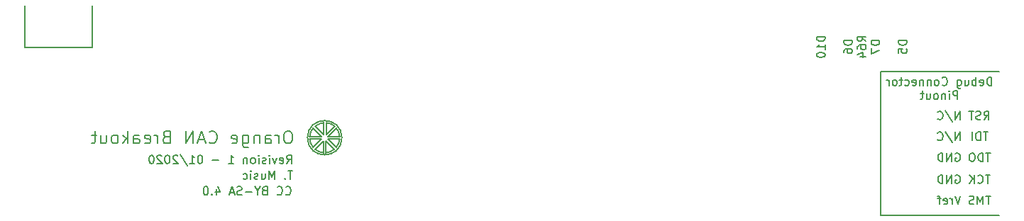
<source format=gbr>
%TF.GenerationSoftware,KiCad,Pcbnew,5.1.5*%
%TF.CreationDate,2020-01-11T17:38:17+01:00*%
%TF.ProjectId,can_breakout_pcb,63616e5f-6272-4656-916b-6f75745f7063,rev?*%
%TF.SameCoordinates,Original*%
%TF.FileFunction,Legend,Bot*%
%TF.FilePolarity,Positive*%
%FSLAX46Y46*%
G04 Gerber Fmt 4.6, Leading zero omitted, Abs format (unit mm)*
G04 Created by KiCad (PCBNEW 5.1.5) date 2020-01-11 17:38:17*
%MOMM*%
%LPD*%
G04 APERTURE LIST*
%ADD10C,0.150000*%
%ADD11C,0.200000*%
G04 APERTURE END LIST*
D10*
X224250000Y-78000000D02*
X238375000Y-78000000D01*
X224250000Y-60875000D02*
X224250000Y-78000000D01*
X238375000Y-60875000D02*
X224250000Y-60875000D01*
X237440476Y-62502380D02*
X237440476Y-61502380D01*
X237202380Y-61502380D01*
X237059523Y-61550000D01*
X236964285Y-61645238D01*
X236916666Y-61740476D01*
X236869047Y-61930952D01*
X236869047Y-62073809D01*
X236916666Y-62264285D01*
X236964285Y-62359523D01*
X237059523Y-62454761D01*
X237202380Y-62502380D01*
X237440476Y-62502380D01*
X236059523Y-62454761D02*
X236154761Y-62502380D01*
X236345238Y-62502380D01*
X236440476Y-62454761D01*
X236488095Y-62359523D01*
X236488095Y-61978571D01*
X236440476Y-61883333D01*
X236345238Y-61835714D01*
X236154761Y-61835714D01*
X236059523Y-61883333D01*
X236011904Y-61978571D01*
X236011904Y-62073809D01*
X236488095Y-62169047D01*
X235583333Y-62502380D02*
X235583333Y-61502380D01*
X235583333Y-61883333D02*
X235488095Y-61835714D01*
X235297619Y-61835714D01*
X235202380Y-61883333D01*
X235154761Y-61930952D01*
X235107142Y-62026190D01*
X235107142Y-62311904D01*
X235154761Y-62407142D01*
X235202380Y-62454761D01*
X235297619Y-62502380D01*
X235488095Y-62502380D01*
X235583333Y-62454761D01*
X234250000Y-61835714D02*
X234250000Y-62502380D01*
X234678571Y-61835714D02*
X234678571Y-62359523D01*
X234630952Y-62454761D01*
X234535714Y-62502380D01*
X234392857Y-62502380D01*
X234297619Y-62454761D01*
X234250000Y-62407142D01*
X233345238Y-61835714D02*
X233345238Y-62645238D01*
X233392857Y-62740476D01*
X233440476Y-62788095D01*
X233535714Y-62835714D01*
X233678571Y-62835714D01*
X233773809Y-62788095D01*
X233345238Y-62454761D02*
X233440476Y-62502380D01*
X233630952Y-62502380D01*
X233726190Y-62454761D01*
X233773809Y-62407142D01*
X233821428Y-62311904D01*
X233821428Y-62026190D01*
X233773809Y-61930952D01*
X233726190Y-61883333D01*
X233630952Y-61835714D01*
X233440476Y-61835714D01*
X233345238Y-61883333D01*
X231535714Y-62407142D02*
X231583333Y-62454761D01*
X231726190Y-62502380D01*
X231821428Y-62502380D01*
X231964285Y-62454761D01*
X232059523Y-62359523D01*
X232107142Y-62264285D01*
X232154761Y-62073809D01*
X232154761Y-61930952D01*
X232107142Y-61740476D01*
X232059523Y-61645238D01*
X231964285Y-61550000D01*
X231821428Y-61502380D01*
X231726190Y-61502380D01*
X231583333Y-61550000D01*
X231535714Y-61597619D01*
X230964285Y-62502380D02*
X231059523Y-62454761D01*
X231107142Y-62407142D01*
X231154761Y-62311904D01*
X231154761Y-62026190D01*
X231107142Y-61930952D01*
X231059523Y-61883333D01*
X230964285Y-61835714D01*
X230821428Y-61835714D01*
X230726190Y-61883333D01*
X230678571Y-61930952D01*
X230630952Y-62026190D01*
X230630952Y-62311904D01*
X230678571Y-62407142D01*
X230726190Y-62454761D01*
X230821428Y-62502380D01*
X230964285Y-62502380D01*
X230202380Y-61835714D02*
X230202380Y-62502380D01*
X230202380Y-61930952D02*
X230154761Y-61883333D01*
X230059523Y-61835714D01*
X229916666Y-61835714D01*
X229821428Y-61883333D01*
X229773809Y-61978571D01*
X229773809Y-62502380D01*
X229297619Y-61835714D02*
X229297619Y-62502380D01*
X229297619Y-61930952D02*
X229250000Y-61883333D01*
X229154761Y-61835714D01*
X229011904Y-61835714D01*
X228916666Y-61883333D01*
X228869047Y-61978571D01*
X228869047Y-62502380D01*
X228011904Y-62454761D02*
X228107142Y-62502380D01*
X228297619Y-62502380D01*
X228392857Y-62454761D01*
X228440476Y-62359523D01*
X228440476Y-61978571D01*
X228392857Y-61883333D01*
X228297619Y-61835714D01*
X228107142Y-61835714D01*
X228011904Y-61883333D01*
X227964285Y-61978571D01*
X227964285Y-62073809D01*
X228440476Y-62169047D01*
X227107142Y-62454761D02*
X227202380Y-62502380D01*
X227392857Y-62502380D01*
X227488095Y-62454761D01*
X227535714Y-62407142D01*
X227583333Y-62311904D01*
X227583333Y-62026190D01*
X227535714Y-61930952D01*
X227488095Y-61883333D01*
X227392857Y-61835714D01*
X227202380Y-61835714D01*
X227107142Y-61883333D01*
X226821428Y-61835714D02*
X226440476Y-61835714D01*
X226678571Y-61502380D02*
X226678571Y-62359523D01*
X226630952Y-62454761D01*
X226535714Y-62502380D01*
X226440476Y-62502380D01*
X225964285Y-62502380D02*
X226059523Y-62454761D01*
X226107142Y-62407142D01*
X226154761Y-62311904D01*
X226154761Y-62026190D01*
X226107142Y-61930952D01*
X226059523Y-61883333D01*
X225964285Y-61835714D01*
X225821428Y-61835714D01*
X225726190Y-61883333D01*
X225678571Y-61930952D01*
X225630952Y-62026190D01*
X225630952Y-62311904D01*
X225678571Y-62407142D01*
X225726190Y-62454761D01*
X225821428Y-62502380D01*
X225964285Y-62502380D01*
X225202380Y-62502380D02*
X225202380Y-61835714D01*
X225202380Y-62026190D02*
X225154761Y-61930952D01*
X225107142Y-61883333D01*
X225011904Y-61835714D01*
X224916666Y-61835714D01*
X233392857Y-64152380D02*
X233392857Y-63152380D01*
X233011904Y-63152380D01*
X232916666Y-63200000D01*
X232869047Y-63247619D01*
X232821428Y-63342857D01*
X232821428Y-63485714D01*
X232869047Y-63580952D01*
X232916666Y-63628571D01*
X233011904Y-63676190D01*
X233392857Y-63676190D01*
X232392857Y-64152380D02*
X232392857Y-63485714D01*
X232392857Y-63152380D02*
X232440476Y-63200000D01*
X232392857Y-63247619D01*
X232345238Y-63200000D01*
X232392857Y-63152380D01*
X232392857Y-63247619D01*
X231916666Y-63485714D02*
X231916666Y-64152380D01*
X231916666Y-63580952D02*
X231869047Y-63533333D01*
X231773809Y-63485714D01*
X231630952Y-63485714D01*
X231535714Y-63533333D01*
X231488095Y-63628571D01*
X231488095Y-64152380D01*
X230869047Y-64152380D02*
X230964285Y-64104761D01*
X231011904Y-64057142D01*
X231059523Y-63961904D01*
X231059523Y-63676190D01*
X231011904Y-63580952D01*
X230964285Y-63533333D01*
X230869047Y-63485714D01*
X230726190Y-63485714D01*
X230630952Y-63533333D01*
X230583333Y-63580952D01*
X230535714Y-63676190D01*
X230535714Y-63961904D01*
X230583333Y-64057142D01*
X230630952Y-64104761D01*
X230726190Y-64152380D01*
X230869047Y-64152380D01*
X229678571Y-63485714D02*
X229678571Y-64152380D01*
X230107142Y-63485714D02*
X230107142Y-64009523D01*
X230059523Y-64104761D01*
X229964285Y-64152380D01*
X229821428Y-64152380D01*
X229726190Y-64104761D01*
X229678571Y-64057142D01*
X229345238Y-63485714D02*
X228964285Y-63485714D01*
X229202380Y-63152380D02*
X229202380Y-64009523D01*
X229154761Y-64104761D01*
X229059523Y-64152380D01*
X228964285Y-64152380D01*
X237309523Y-70577380D02*
X236738095Y-70577380D01*
X237023809Y-71577380D02*
X237023809Y-70577380D01*
X236404761Y-71577380D02*
X236404761Y-70577380D01*
X236166666Y-70577380D01*
X236023809Y-70625000D01*
X235928571Y-70720238D01*
X235880952Y-70815476D01*
X235833333Y-71005952D01*
X235833333Y-71148809D01*
X235880952Y-71339285D01*
X235928571Y-71434523D01*
X236023809Y-71529761D01*
X236166666Y-71577380D01*
X236404761Y-71577380D01*
X235214285Y-70577380D02*
X235023809Y-70577380D01*
X234928571Y-70625000D01*
X234833333Y-70720238D01*
X234785714Y-70910714D01*
X234785714Y-71244047D01*
X234833333Y-71434523D01*
X234928571Y-71529761D01*
X235023809Y-71577380D01*
X235214285Y-71577380D01*
X235309523Y-71529761D01*
X235404761Y-71434523D01*
X235452380Y-71244047D01*
X235452380Y-70910714D01*
X235404761Y-70720238D01*
X235309523Y-70625000D01*
X235214285Y-70577380D01*
X237023809Y-68077380D02*
X236452380Y-68077380D01*
X236738095Y-69077380D02*
X236738095Y-68077380D01*
X236119047Y-69077380D02*
X236119047Y-68077380D01*
X235880952Y-68077380D01*
X235738095Y-68125000D01*
X235642857Y-68220238D01*
X235595238Y-68315476D01*
X235547619Y-68505952D01*
X235547619Y-68648809D01*
X235595238Y-68839285D01*
X235642857Y-68934523D01*
X235738095Y-69029761D01*
X235880952Y-69077380D01*
X236119047Y-69077380D01*
X235119047Y-69077380D02*
X235119047Y-68077380D01*
X236547619Y-66577380D02*
X236880952Y-66101190D01*
X237119047Y-66577380D02*
X237119047Y-65577380D01*
X236738095Y-65577380D01*
X236642857Y-65625000D01*
X236595238Y-65672619D01*
X236547619Y-65767857D01*
X236547619Y-65910714D01*
X236595238Y-66005952D01*
X236642857Y-66053571D01*
X236738095Y-66101190D01*
X237119047Y-66101190D01*
X236166666Y-66529761D02*
X236023809Y-66577380D01*
X235785714Y-66577380D01*
X235690476Y-66529761D01*
X235642857Y-66482142D01*
X235595238Y-66386904D01*
X235595238Y-66291666D01*
X235642857Y-66196428D01*
X235690476Y-66148809D01*
X235785714Y-66101190D01*
X235976190Y-66053571D01*
X236071428Y-66005952D01*
X236119047Y-65958333D01*
X236166666Y-65863095D01*
X236166666Y-65767857D01*
X236119047Y-65672619D01*
X236071428Y-65625000D01*
X235976190Y-65577380D01*
X235738095Y-65577380D01*
X235595238Y-65625000D01*
X235309523Y-65577380D02*
X234738095Y-65577380D01*
X235023809Y-66577380D02*
X235023809Y-65577380D01*
X233684523Y-66577380D02*
X233684523Y-65577380D01*
X233113095Y-66577380D01*
X233113095Y-65577380D01*
X231922619Y-65529761D02*
X232779761Y-66815476D01*
X231017857Y-66482142D02*
X231065476Y-66529761D01*
X231208333Y-66577380D01*
X231303571Y-66577380D01*
X231446428Y-66529761D01*
X231541666Y-66434523D01*
X231589285Y-66339285D01*
X231636904Y-66148809D01*
X231636904Y-66005952D01*
X231589285Y-65815476D01*
X231541666Y-65720238D01*
X231446428Y-65625000D01*
X231303571Y-65577380D01*
X231208333Y-65577380D01*
X231065476Y-65625000D01*
X231017857Y-65672619D01*
X233684523Y-69077380D02*
X233684523Y-68077380D01*
X233113095Y-69077380D01*
X233113095Y-68077380D01*
X231922619Y-68029761D02*
X232779761Y-69315476D01*
X231017857Y-68982142D02*
X231065476Y-69029761D01*
X231208333Y-69077380D01*
X231303571Y-69077380D01*
X231446428Y-69029761D01*
X231541666Y-68934523D01*
X231589285Y-68839285D01*
X231636904Y-68648809D01*
X231636904Y-68505952D01*
X231589285Y-68315476D01*
X231541666Y-68220238D01*
X231446428Y-68125000D01*
X231303571Y-68077380D01*
X231208333Y-68077380D01*
X231065476Y-68125000D01*
X231017857Y-68172619D01*
X233136904Y-70625000D02*
X233232142Y-70577380D01*
X233375000Y-70577380D01*
X233517857Y-70625000D01*
X233613095Y-70720238D01*
X233660714Y-70815476D01*
X233708333Y-71005952D01*
X233708333Y-71148809D01*
X233660714Y-71339285D01*
X233613095Y-71434523D01*
X233517857Y-71529761D01*
X233375000Y-71577380D01*
X233279761Y-71577380D01*
X233136904Y-71529761D01*
X233089285Y-71482142D01*
X233089285Y-71148809D01*
X233279761Y-71148809D01*
X232660714Y-71577380D02*
X232660714Y-70577380D01*
X232089285Y-71577380D01*
X232089285Y-70577380D01*
X231613095Y-71577380D02*
X231613095Y-70577380D01*
X231375000Y-70577380D01*
X231232142Y-70625000D01*
X231136904Y-70720238D01*
X231089285Y-70815476D01*
X231041666Y-71005952D01*
X231041666Y-71148809D01*
X231089285Y-71339285D01*
X231136904Y-71434523D01*
X231232142Y-71529761D01*
X231375000Y-71577380D01*
X231613095Y-71577380D01*
X233136904Y-73250000D02*
X233232142Y-73202380D01*
X233375000Y-73202380D01*
X233517857Y-73250000D01*
X233613095Y-73345238D01*
X233660714Y-73440476D01*
X233708333Y-73630952D01*
X233708333Y-73773809D01*
X233660714Y-73964285D01*
X233613095Y-74059523D01*
X233517857Y-74154761D01*
X233375000Y-74202380D01*
X233279761Y-74202380D01*
X233136904Y-74154761D01*
X233089285Y-74107142D01*
X233089285Y-73773809D01*
X233279761Y-73773809D01*
X232660714Y-74202380D02*
X232660714Y-73202380D01*
X232089285Y-74202380D01*
X232089285Y-73202380D01*
X231613095Y-74202380D02*
X231613095Y-73202380D01*
X231375000Y-73202380D01*
X231232142Y-73250000D01*
X231136904Y-73345238D01*
X231089285Y-73440476D01*
X231041666Y-73630952D01*
X231041666Y-73773809D01*
X231089285Y-73964285D01*
X231136904Y-74059523D01*
X231232142Y-74154761D01*
X231375000Y-74202380D01*
X231613095Y-74202380D01*
X237285714Y-73202380D02*
X236714285Y-73202380D01*
X237000000Y-74202380D02*
X237000000Y-73202380D01*
X235809523Y-74107142D02*
X235857142Y-74154761D01*
X236000000Y-74202380D01*
X236095238Y-74202380D01*
X236238095Y-74154761D01*
X236333333Y-74059523D01*
X236380952Y-73964285D01*
X236428571Y-73773809D01*
X236428571Y-73630952D01*
X236380952Y-73440476D01*
X236333333Y-73345238D01*
X236238095Y-73250000D01*
X236095238Y-73202380D01*
X236000000Y-73202380D01*
X235857142Y-73250000D01*
X235809523Y-73297619D01*
X235380952Y-74202380D02*
X235380952Y-73202380D01*
X234809523Y-74202380D02*
X235238095Y-73630952D01*
X234809523Y-73202380D02*
X235380952Y-73773809D01*
X237333333Y-75702380D02*
X236761904Y-75702380D01*
X237047619Y-76702380D02*
X237047619Y-75702380D01*
X236428571Y-76702380D02*
X236428571Y-75702380D01*
X236095238Y-76416666D01*
X235761904Y-75702380D01*
X235761904Y-76702380D01*
X235333333Y-76654761D02*
X235190476Y-76702380D01*
X234952380Y-76702380D01*
X234857142Y-76654761D01*
X234809523Y-76607142D01*
X234761904Y-76511904D01*
X234761904Y-76416666D01*
X234809523Y-76321428D01*
X234857142Y-76273809D01*
X234952380Y-76226190D01*
X235142857Y-76178571D01*
X235238095Y-76130952D01*
X235285714Y-76083333D01*
X235333333Y-75988095D01*
X235333333Y-75892857D01*
X235285714Y-75797619D01*
X235238095Y-75750000D01*
X235142857Y-75702380D01*
X234904761Y-75702380D01*
X234761904Y-75750000D01*
X233732142Y-75702380D02*
X233398809Y-76702380D01*
X233065476Y-75702380D01*
X232732142Y-76702380D02*
X232732142Y-76035714D01*
X232732142Y-76226190D02*
X232684523Y-76130952D01*
X232636904Y-76083333D01*
X232541666Y-76035714D01*
X232446428Y-76035714D01*
X231732142Y-76654761D02*
X231827380Y-76702380D01*
X232017857Y-76702380D01*
X232113095Y-76654761D01*
X232160714Y-76559523D01*
X232160714Y-76178571D01*
X232113095Y-76083333D01*
X232017857Y-76035714D01*
X231827380Y-76035714D01*
X231732142Y-76083333D01*
X231684523Y-76178571D01*
X231684523Y-76273809D01*
X232160714Y-76369047D01*
X231398809Y-76035714D02*
X231017857Y-76035714D01*
X231255952Y-76702380D02*
X231255952Y-75845238D01*
X231208333Y-75750000D01*
X231113095Y-75702380D01*
X231017857Y-75702380D01*
X153217976Y-75482142D02*
X153265595Y-75529761D01*
X153408452Y-75577380D01*
X153503690Y-75577380D01*
X153646547Y-75529761D01*
X153741785Y-75434523D01*
X153789404Y-75339285D01*
X153837023Y-75148809D01*
X153837023Y-75005952D01*
X153789404Y-74815476D01*
X153741785Y-74720238D01*
X153646547Y-74625000D01*
X153503690Y-74577380D01*
X153408452Y-74577380D01*
X153265595Y-74625000D01*
X153217976Y-74672619D01*
X152217976Y-75482142D02*
X152265595Y-75529761D01*
X152408452Y-75577380D01*
X152503690Y-75577380D01*
X152646547Y-75529761D01*
X152741785Y-75434523D01*
X152789404Y-75339285D01*
X152837023Y-75148809D01*
X152837023Y-75005952D01*
X152789404Y-74815476D01*
X152741785Y-74720238D01*
X152646547Y-74625000D01*
X152503690Y-74577380D01*
X152408452Y-74577380D01*
X152265595Y-74625000D01*
X152217976Y-74672619D01*
X150694166Y-75053571D02*
X150551309Y-75101190D01*
X150503690Y-75148809D01*
X150456071Y-75244047D01*
X150456071Y-75386904D01*
X150503690Y-75482142D01*
X150551309Y-75529761D01*
X150646547Y-75577380D01*
X151027500Y-75577380D01*
X151027500Y-74577380D01*
X150694166Y-74577380D01*
X150598928Y-74625000D01*
X150551309Y-74672619D01*
X150503690Y-74767857D01*
X150503690Y-74863095D01*
X150551309Y-74958333D01*
X150598928Y-75005952D01*
X150694166Y-75053571D01*
X151027500Y-75053571D01*
X149837023Y-75101190D02*
X149837023Y-75577380D01*
X150170357Y-74577380D02*
X149837023Y-75101190D01*
X149503690Y-74577380D01*
X149170357Y-75196428D02*
X148408452Y-75196428D01*
X147979880Y-75529761D02*
X147837023Y-75577380D01*
X147598928Y-75577380D01*
X147503690Y-75529761D01*
X147456071Y-75482142D01*
X147408452Y-75386904D01*
X147408452Y-75291666D01*
X147456071Y-75196428D01*
X147503690Y-75148809D01*
X147598928Y-75101190D01*
X147789404Y-75053571D01*
X147884642Y-75005952D01*
X147932261Y-74958333D01*
X147979880Y-74863095D01*
X147979880Y-74767857D01*
X147932261Y-74672619D01*
X147884642Y-74625000D01*
X147789404Y-74577380D01*
X147551309Y-74577380D01*
X147408452Y-74625000D01*
X147027500Y-75291666D02*
X146551309Y-75291666D01*
X147122738Y-75577380D02*
X146789404Y-74577380D01*
X146456071Y-75577380D01*
X144932261Y-74910714D02*
X144932261Y-75577380D01*
X145170357Y-74529761D02*
X145408452Y-75244047D01*
X144789404Y-75244047D01*
X144408452Y-75482142D02*
X144360833Y-75529761D01*
X144408452Y-75577380D01*
X144456071Y-75529761D01*
X144408452Y-75482142D01*
X144408452Y-75577380D01*
X143741785Y-74577380D02*
X143646547Y-74577380D01*
X143551309Y-74625000D01*
X143503690Y-74672619D01*
X143456071Y-74767857D01*
X143408452Y-74958333D01*
X143408452Y-75196428D01*
X143456071Y-75386904D01*
X143503690Y-75482142D01*
X143551309Y-75529761D01*
X143646547Y-75577380D01*
X143741785Y-75577380D01*
X143837023Y-75529761D01*
X143884642Y-75482142D01*
X143932261Y-75386904D01*
X143979880Y-75196428D01*
X143979880Y-74958333D01*
X143932261Y-74767857D01*
X143884642Y-74672619D01*
X143837023Y-74625000D01*
X143741785Y-74577380D01*
X154057261Y-72702380D02*
X153485833Y-72702380D01*
X153771547Y-73702380D02*
X153771547Y-72702380D01*
X153152500Y-73607142D02*
X153104880Y-73654761D01*
X153152500Y-73702380D01*
X153200119Y-73654761D01*
X153152500Y-73607142D01*
X153152500Y-73702380D01*
X151914404Y-73702380D02*
X151914404Y-72702380D01*
X151581071Y-73416666D01*
X151247738Y-72702380D01*
X151247738Y-73702380D01*
X150342976Y-73035714D02*
X150342976Y-73702380D01*
X150771547Y-73035714D02*
X150771547Y-73559523D01*
X150723928Y-73654761D01*
X150628690Y-73702380D01*
X150485833Y-73702380D01*
X150390595Y-73654761D01*
X150342976Y-73607142D01*
X149914404Y-73654761D02*
X149819166Y-73702380D01*
X149628690Y-73702380D01*
X149533452Y-73654761D01*
X149485833Y-73559523D01*
X149485833Y-73511904D01*
X149533452Y-73416666D01*
X149628690Y-73369047D01*
X149771547Y-73369047D01*
X149866785Y-73321428D01*
X149914404Y-73226190D01*
X149914404Y-73178571D01*
X149866785Y-73083333D01*
X149771547Y-73035714D01*
X149628690Y-73035714D01*
X149533452Y-73083333D01*
X149057261Y-73702380D02*
X149057261Y-73035714D01*
X149057261Y-72702380D02*
X149104880Y-72750000D01*
X149057261Y-72797619D01*
X149009642Y-72750000D01*
X149057261Y-72702380D01*
X149057261Y-72797619D01*
X148152500Y-73654761D02*
X148247738Y-73702380D01*
X148438214Y-73702380D01*
X148533452Y-73654761D01*
X148581071Y-73607142D01*
X148628690Y-73511904D01*
X148628690Y-73226190D01*
X148581071Y-73130952D01*
X148533452Y-73083333D01*
X148438214Y-73035714D01*
X148247738Y-73035714D01*
X148152500Y-73083333D01*
X153342976Y-71827380D02*
X153676309Y-71351190D01*
X153914404Y-71827380D02*
X153914404Y-70827380D01*
X153533452Y-70827380D01*
X153438214Y-70875000D01*
X153390595Y-70922619D01*
X153342976Y-71017857D01*
X153342976Y-71160714D01*
X153390595Y-71255952D01*
X153438214Y-71303571D01*
X153533452Y-71351190D01*
X153914404Y-71351190D01*
X152533452Y-71779761D02*
X152628690Y-71827380D01*
X152819166Y-71827380D01*
X152914404Y-71779761D01*
X152962023Y-71684523D01*
X152962023Y-71303571D01*
X152914404Y-71208333D01*
X152819166Y-71160714D01*
X152628690Y-71160714D01*
X152533452Y-71208333D01*
X152485833Y-71303571D01*
X152485833Y-71398809D01*
X152962023Y-71494047D01*
X152152500Y-71160714D02*
X151914404Y-71827380D01*
X151676309Y-71160714D01*
X151295357Y-71827380D02*
X151295357Y-71160714D01*
X151295357Y-70827380D02*
X151342976Y-70875000D01*
X151295357Y-70922619D01*
X151247738Y-70875000D01*
X151295357Y-70827380D01*
X151295357Y-70922619D01*
X150866785Y-71779761D02*
X150771547Y-71827380D01*
X150581071Y-71827380D01*
X150485833Y-71779761D01*
X150438214Y-71684523D01*
X150438214Y-71636904D01*
X150485833Y-71541666D01*
X150581071Y-71494047D01*
X150723928Y-71494047D01*
X150819166Y-71446428D01*
X150866785Y-71351190D01*
X150866785Y-71303571D01*
X150819166Y-71208333D01*
X150723928Y-71160714D01*
X150581071Y-71160714D01*
X150485833Y-71208333D01*
X150009642Y-71827380D02*
X150009642Y-71160714D01*
X150009642Y-70827380D02*
X150057261Y-70875000D01*
X150009642Y-70922619D01*
X149962023Y-70875000D01*
X150009642Y-70827380D01*
X150009642Y-70922619D01*
X149390595Y-71827380D02*
X149485833Y-71779761D01*
X149533452Y-71732142D01*
X149581071Y-71636904D01*
X149581071Y-71351190D01*
X149533452Y-71255952D01*
X149485833Y-71208333D01*
X149390595Y-71160714D01*
X149247738Y-71160714D01*
X149152500Y-71208333D01*
X149104880Y-71255952D01*
X149057261Y-71351190D01*
X149057261Y-71636904D01*
X149104880Y-71732142D01*
X149152500Y-71779761D01*
X149247738Y-71827380D01*
X149390595Y-71827380D01*
X148628690Y-71160714D02*
X148628690Y-71827380D01*
X148628690Y-71255952D02*
X148581071Y-71208333D01*
X148485833Y-71160714D01*
X148342976Y-71160714D01*
X148247738Y-71208333D01*
X148200119Y-71303571D01*
X148200119Y-71827380D01*
X146438214Y-71827380D02*
X147009642Y-71827380D01*
X146723928Y-71827380D02*
X146723928Y-70827380D01*
X146819166Y-70970238D01*
X146914404Y-71065476D01*
X147009642Y-71113095D01*
X145247738Y-71446428D02*
X144485833Y-71446428D01*
X143057261Y-70827380D02*
X142962023Y-70827380D01*
X142866785Y-70875000D01*
X142819166Y-70922619D01*
X142771547Y-71017857D01*
X142723928Y-71208333D01*
X142723928Y-71446428D01*
X142771547Y-71636904D01*
X142819166Y-71732142D01*
X142866785Y-71779761D01*
X142962023Y-71827380D01*
X143057261Y-71827380D01*
X143152500Y-71779761D01*
X143200119Y-71732142D01*
X143247738Y-71636904D01*
X143295357Y-71446428D01*
X143295357Y-71208333D01*
X143247738Y-71017857D01*
X143200119Y-70922619D01*
X143152500Y-70875000D01*
X143057261Y-70827380D01*
X141771547Y-71827380D02*
X142342976Y-71827380D01*
X142057261Y-71827380D02*
X142057261Y-70827380D01*
X142152500Y-70970238D01*
X142247738Y-71065476D01*
X142342976Y-71113095D01*
X140628690Y-70779761D02*
X141485833Y-72065476D01*
X140342976Y-70922619D02*
X140295357Y-70875000D01*
X140200119Y-70827380D01*
X139962023Y-70827380D01*
X139866785Y-70875000D01*
X139819166Y-70922619D01*
X139771547Y-71017857D01*
X139771547Y-71113095D01*
X139819166Y-71255952D01*
X140390595Y-71827380D01*
X139771547Y-71827380D01*
X139152500Y-70827380D02*
X139057261Y-70827380D01*
X138962023Y-70875000D01*
X138914404Y-70922619D01*
X138866785Y-71017857D01*
X138819166Y-71208333D01*
X138819166Y-71446428D01*
X138866785Y-71636904D01*
X138914404Y-71732142D01*
X138962023Y-71779761D01*
X139057261Y-71827380D01*
X139152500Y-71827380D01*
X139247738Y-71779761D01*
X139295357Y-71732142D01*
X139342976Y-71636904D01*
X139390595Y-71446428D01*
X139390595Y-71208333D01*
X139342976Y-71017857D01*
X139295357Y-70922619D01*
X139247738Y-70875000D01*
X139152500Y-70827380D01*
X138438214Y-70922619D02*
X138390595Y-70875000D01*
X138295357Y-70827380D01*
X138057261Y-70827380D01*
X137962023Y-70875000D01*
X137914404Y-70922619D01*
X137866785Y-71017857D01*
X137866785Y-71113095D01*
X137914404Y-71255952D01*
X138485833Y-71827380D01*
X137866785Y-71827380D01*
X137247738Y-70827380D02*
X137152500Y-70827380D01*
X137057261Y-70875000D01*
X137009642Y-70922619D01*
X136962023Y-71017857D01*
X136914404Y-71208333D01*
X136914404Y-71446428D01*
X136962023Y-71636904D01*
X137009642Y-71732142D01*
X137057261Y-71779761D01*
X137152500Y-71827380D01*
X137247738Y-71827380D01*
X137342976Y-71779761D01*
X137390595Y-71732142D01*
X137438214Y-71636904D01*
X137485833Y-71446428D01*
X137485833Y-71208333D01*
X137438214Y-71017857D01*
X137390595Y-70922619D01*
X137342976Y-70875000D01*
X137247738Y-70827380D01*
X158025000Y-69100000D02*
X159038756Y-70115550D01*
X159240550Y-69913756D02*
G75*
G03X159675000Y-68900000I-1315550J1163756D01*
G01*
D11*
X153659285Y-67928571D02*
X153373571Y-67928571D01*
X153230714Y-68000000D01*
X153087857Y-68142857D01*
X153016428Y-68428571D01*
X153016428Y-68928571D01*
X153087857Y-69214285D01*
X153230714Y-69357142D01*
X153373571Y-69428571D01*
X153659285Y-69428571D01*
X153802143Y-69357142D01*
X153945000Y-69214285D01*
X154016428Y-68928571D01*
X154016428Y-68428571D01*
X153945000Y-68142857D01*
X153802143Y-68000000D01*
X153659285Y-67928571D01*
X152373571Y-69428571D02*
X152373571Y-68428571D01*
X152373571Y-68714285D02*
X152302143Y-68571428D01*
X152230714Y-68500000D01*
X152087857Y-68428571D01*
X151945000Y-68428571D01*
X150802143Y-69428571D02*
X150802143Y-68642857D01*
X150873571Y-68500000D01*
X151016428Y-68428571D01*
X151302143Y-68428571D01*
X151445000Y-68500000D01*
X150802143Y-69357142D02*
X150945000Y-69428571D01*
X151302143Y-69428571D01*
X151445000Y-69357142D01*
X151516428Y-69214285D01*
X151516428Y-69071428D01*
X151445000Y-68928571D01*
X151302143Y-68857142D01*
X150945000Y-68857142D01*
X150802143Y-68785714D01*
X150087857Y-68428571D02*
X150087857Y-69428571D01*
X150087857Y-68571428D02*
X150016428Y-68500000D01*
X149873571Y-68428571D01*
X149659285Y-68428571D01*
X149516428Y-68500000D01*
X149445000Y-68642857D01*
X149445000Y-69428571D01*
X148087857Y-68428571D02*
X148087857Y-69642857D01*
X148159285Y-69785714D01*
X148230714Y-69857142D01*
X148373571Y-69928571D01*
X148587857Y-69928571D01*
X148730714Y-69857142D01*
X148087857Y-69357142D02*
X148230714Y-69428571D01*
X148516428Y-69428571D01*
X148659285Y-69357142D01*
X148730714Y-69285714D01*
X148802143Y-69142857D01*
X148802143Y-68714285D01*
X148730714Y-68571428D01*
X148659285Y-68500000D01*
X148516428Y-68428571D01*
X148230714Y-68428571D01*
X148087857Y-68500000D01*
X146802143Y-69357142D02*
X146945000Y-69428571D01*
X147230714Y-69428571D01*
X147373571Y-69357142D01*
X147445000Y-69214285D01*
X147445000Y-68642857D01*
X147373571Y-68500000D01*
X147230714Y-68428571D01*
X146945000Y-68428571D01*
X146802143Y-68500000D01*
X146730714Y-68642857D01*
X146730714Y-68785714D01*
X147445000Y-68928571D01*
X144087857Y-69285714D02*
X144159285Y-69357142D01*
X144373571Y-69428571D01*
X144516428Y-69428571D01*
X144730714Y-69357142D01*
X144873571Y-69214285D01*
X144945000Y-69071428D01*
X145016428Y-68785714D01*
X145016428Y-68571428D01*
X144945000Y-68285714D01*
X144873571Y-68142857D01*
X144730714Y-68000000D01*
X144516428Y-67928571D01*
X144373571Y-67928571D01*
X144159285Y-68000000D01*
X144087857Y-68071428D01*
X143516428Y-69000000D02*
X142802143Y-69000000D01*
X143659285Y-69428571D02*
X143159285Y-67928571D01*
X142659285Y-69428571D01*
X142159285Y-69428571D02*
X142159285Y-67928571D01*
X141302143Y-69428571D01*
X141302143Y-67928571D01*
X138945000Y-68642857D02*
X138730714Y-68714285D01*
X138659285Y-68785714D01*
X138587857Y-68928571D01*
X138587857Y-69142857D01*
X138659285Y-69285714D01*
X138730714Y-69357142D01*
X138873571Y-69428571D01*
X139445000Y-69428571D01*
X139445000Y-67928571D01*
X138945000Y-67928571D01*
X138802143Y-68000000D01*
X138730714Y-68071428D01*
X138659285Y-68214285D01*
X138659285Y-68357142D01*
X138730714Y-68500000D01*
X138802143Y-68571428D01*
X138945000Y-68642857D01*
X139445000Y-68642857D01*
X137945000Y-69428571D02*
X137945000Y-68428571D01*
X137945000Y-68714285D02*
X137873571Y-68571428D01*
X137802143Y-68500000D01*
X137659285Y-68428571D01*
X137516428Y-68428571D01*
X136445000Y-69357142D02*
X136587857Y-69428571D01*
X136873571Y-69428571D01*
X137016428Y-69357142D01*
X137087857Y-69214285D01*
X137087857Y-68642857D01*
X137016428Y-68500000D01*
X136873571Y-68428571D01*
X136587857Y-68428571D01*
X136445000Y-68500000D01*
X136373571Y-68642857D01*
X136373571Y-68785714D01*
X137087857Y-68928571D01*
X135087857Y-69428571D02*
X135087857Y-68642857D01*
X135159285Y-68500000D01*
X135302143Y-68428571D01*
X135587857Y-68428571D01*
X135730714Y-68500000D01*
X135087857Y-69357142D02*
X135230714Y-69428571D01*
X135587857Y-69428571D01*
X135730714Y-69357142D01*
X135802143Y-69214285D01*
X135802143Y-69071428D01*
X135730714Y-68928571D01*
X135587857Y-68857142D01*
X135230714Y-68857142D01*
X135087857Y-68785714D01*
X134373571Y-69428571D02*
X134373571Y-67928571D01*
X134230714Y-68857142D02*
X133802143Y-69428571D01*
X133802143Y-68428571D02*
X134373571Y-69000000D01*
X132945000Y-69428571D02*
X133087857Y-69357142D01*
X133159285Y-69285714D01*
X133230714Y-69142857D01*
X133230714Y-68714285D01*
X133159285Y-68571428D01*
X133087857Y-68500000D01*
X132945000Y-68428571D01*
X132730714Y-68428571D01*
X132587857Y-68500000D01*
X132516428Y-68571428D01*
X132445000Y-68714285D01*
X132445000Y-69142857D01*
X132516428Y-69285714D01*
X132587857Y-69357142D01*
X132730714Y-69428571D01*
X132945000Y-69428571D01*
X131159285Y-68428571D02*
X131159285Y-69428571D01*
X131802143Y-68428571D02*
X131802143Y-69214285D01*
X131730714Y-69357142D01*
X131587857Y-69428571D01*
X131373571Y-69428571D01*
X131230714Y-69357142D01*
X131159285Y-69285714D01*
X130659285Y-68428571D02*
X130087857Y-68428571D01*
X130445000Y-67928571D02*
X130445000Y-69214285D01*
X130373571Y-69357142D01*
X130230714Y-69428571D01*
X130087857Y-69428571D01*
D10*
X158225000Y-68600000D02*
X159240550Y-67586244D01*
X159088756Y-67384450D02*
G75*
G03X158075000Y-66950000I-1163756J-1315550D01*
G01*
X156075002Y-68900000D02*
G75*
G03X156509451Y-69913755I1749998J150000D01*
G01*
X156711244Y-70115550D02*
G75*
G03X157725000Y-70550000I1163756J1315550D01*
G01*
X157725000Y-69100000D02*
X156711244Y-70115550D01*
X159925000Y-68750000D02*
G75*
G03X159925000Y-68750000I-2050000J0D01*
G01*
X157525000Y-68900000D02*
X156509450Y-69913756D01*
X156075000Y-68900000D02*
X157525000Y-68900000D01*
X156075000Y-68600000D02*
X157525000Y-68600000D01*
X157525000Y-68600000D02*
X156509450Y-67586244D01*
X158225000Y-68900000D02*
X159240550Y-69913756D01*
X158025000Y-70550000D02*
X158025000Y-69100000D01*
X157725000Y-70550000D02*
X157725000Y-69100000D01*
X158075000Y-68400000D02*
X159088756Y-67384450D01*
X159675000Y-68600000D02*
X158225000Y-68600000D01*
X159674998Y-68600000D02*
G75*
G03X159240549Y-67586245I-1749998J-150000D01*
G01*
X158075000Y-66950000D02*
X158075000Y-68400000D01*
X157775000Y-68400000D02*
X156761244Y-67384450D01*
X157775000Y-66950002D02*
G75*
G03X156761245Y-67384451I150000J-1749998D01*
G01*
X158025000Y-70549998D02*
G75*
G03X159038755Y-70115549I-150000J1749998D01*
G01*
X159675000Y-68900000D02*
X158225000Y-68900000D01*
X156509450Y-67586244D02*
G75*
G03X156075000Y-68600000I1315550J-1163756D01*
G01*
X157775000Y-66950000D02*
X157775000Y-68400000D01*
X122125000Y-53000000D02*
X122125000Y-58000000D01*
X122125000Y-58000000D02*
X130125000Y-58000000D01*
X130125000Y-58000000D02*
X130125000Y-53000000D01*
X222452380Y-57232142D02*
X221976190Y-56898809D01*
X222452380Y-56660714D02*
X221452380Y-56660714D01*
X221452380Y-57041666D01*
X221500000Y-57136904D01*
X221547619Y-57184523D01*
X221642857Y-57232142D01*
X221785714Y-57232142D01*
X221880952Y-57184523D01*
X221928571Y-57136904D01*
X221976190Y-57041666D01*
X221976190Y-56660714D01*
X221452380Y-58089285D02*
X221452380Y-57898809D01*
X221500000Y-57803571D01*
X221547619Y-57755952D01*
X221690476Y-57660714D01*
X221880952Y-57613095D01*
X222261904Y-57613095D01*
X222357142Y-57660714D01*
X222404761Y-57708333D01*
X222452380Y-57803571D01*
X222452380Y-57994047D01*
X222404761Y-58089285D01*
X222357142Y-58136904D01*
X222261904Y-58184523D01*
X222023809Y-58184523D01*
X221928571Y-58136904D01*
X221880952Y-58089285D01*
X221833333Y-57994047D01*
X221833333Y-57803571D01*
X221880952Y-57708333D01*
X221928571Y-57660714D01*
X222023809Y-57613095D01*
X221785714Y-59041666D02*
X222452380Y-59041666D01*
X221404761Y-58803571D02*
X222119047Y-58565476D01*
X222119047Y-59184523D01*
X217577380Y-56660714D02*
X216577380Y-56660714D01*
X216577380Y-56898809D01*
X216625000Y-57041666D01*
X216720238Y-57136904D01*
X216815476Y-57184523D01*
X217005952Y-57232142D01*
X217148809Y-57232142D01*
X217339285Y-57184523D01*
X217434523Y-57136904D01*
X217529761Y-57041666D01*
X217577380Y-56898809D01*
X217577380Y-56660714D01*
X217577380Y-58184523D02*
X217577380Y-57613095D01*
X217577380Y-57898809D02*
X216577380Y-57898809D01*
X216720238Y-57803571D01*
X216815476Y-57708333D01*
X216863095Y-57613095D01*
X216577380Y-58803571D02*
X216577380Y-58898809D01*
X216625000Y-58994047D01*
X216672619Y-59041666D01*
X216767857Y-59089285D01*
X216958333Y-59136904D01*
X217196428Y-59136904D01*
X217386904Y-59089285D01*
X217482142Y-59041666D01*
X217529761Y-58994047D01*
X217577380Y-58898809D01*
X217577380Y-58803571D01*
X217529761Y-58708333D01*
X217482142Y-58660714D01*
X217386904Y-58613095D01*
X217196428Y-58565476D01*
X216958333Y-58565476D01*
X216767857Y-58613095D01*
X216672619Y-58660714D01*
X216625000Y-58708333D01*
X216577380Y-58803571D01*
X224077380Y-57136904D02*
X223077380Y-57136904D01*
X223077380Y-57375000D01*
X223125000Y-57517857D01*
X223220238Y-57613095D01*
X223315476Y-57660714D01*
X223505952Y-57708333D01*
X223648809Y-57708333D01*
X223839285Y-57660714D01*
X223934523Y-57613095D01*
X224029761Y-57517857D01*
X224077380Y-57375000D01*
X224077380Y-57136904D01*
X223077380Y-58041666D02*
X223077380Y-58708333D01*
X224077380Y-58279761D01*
X220827380Y-57136904D02*
X219827380Y-57136904D01*
X219827380Y-57375000D01*
X219875000Y-57517857D01*
X219970238Y-57613095D01*
X220065476Y-57660714D01*
X220255952Y-57708333D01*
X220398809Y-57708333D01*
X220589285Y-57660714D01*
X220684523Y-57613095D01*
X220779761Y-57517857D01*
X220827380Y-57375000D01*
X220827380Y-57136904D01*
X219827380Y-58565476D02*
X219827380Y-58375000D01*
X219875000Y-58279761D01*
X219922619Y-58232142D01*
X220065476Y-58136904D01*
X220255952Y-58089285D01*
X220636904Y-58089285D01*
X220732142Y-58136904D01*
X220779761Y-58184523D01*
X220827380Y-58279761D01*
X220827380Y-58470238D01*
X220779761Y-58565476D01*
X220732142Y-58613095D01*
X220636904Y-58660714D01*
X220398809Y-58660714D01*
X220303571Y-58613095D01*
X220255952Y-58565476D01*
X220208333Y-58470238D01*
X220208333Y-58279761D01*
X220255952Y-58184523D01*
X220303571Y-58136904D01*
X220398809Y-58089285D01*
X227327380Y-57136904D02*
X226327380Y-57136904D01*
X226327380Y-57375000D01*
X226375000Y-57517857D01*
X226470238Y-57613095D01*
X226565476Y-57660714D01*
X226755952Y-57708333D01*
X226898809Y-57708333D01*
X227089285Y-57660714D01*
X227184523Y-57613095D01*
X227279761Y-57517857D01*
X227327380Y-57375000D01*
X227327380Y-57136904D01*
X226327380Y-58613095D02*
X226327380Y-58136904D01*
X226803571Y-58089285D01*
X226755952Y-58136904D01*
X226708333Y-58232142D01*
X226708333Y-58470238D01*
X226755952Y-58565476D01*
X226803571Y-58613095D01*
X226898809Y-58660714D01*
X227136904Y-58660714D01*
X227232142Y-58613095D01*
X227279761Y-58565476D01*
X227327380Y-58470238D01*
X227327380Y-58232142D01*
X227279761Y-58136904D01*
X227232142Y-58089285D01*
M02*

</source>
